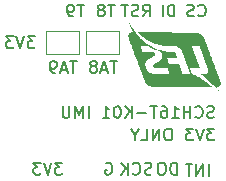
<source format=gbr>
%TF.GenerationSoftware,KiCad,Pcbnew,9.0.2*%
%TF.CreationDate,2025-06-17T22:54:35-04:00*%
%TF.ProjectId,SCH16TBreakout,53434831-3654-4427-9265-616b6f75742e,rev?*%
%TF.SameCoordinates,Original*%
%TF.FileFunction,Legend,Bot*%
%TF.FilePolarity,Positive*%
%FSLAX46Y46*%
G04 Gerber Fmt 4.6, Leading zero omitted, Abs format (unit mm)*
G04 Created by KiCad (PCBNEW 9.0.2) date 2025-06-17 22:54:35*
%MOMM*%
%LPD*%
G01*
G04 APERTURE LIST*
%ADD10C,0.150000*%
%ADD11C,0.120000*%
%ADD12C,0.000000*%
G04 APERTURE END LIST*
D10*
X42863220Y-66969819D02*
X42863220Y-65969819D01*
X42387030Y-66969819D02*
X42387030Y-65969819D01*
X42387030Y-65969819D02*
X41815602Y-66969819D01*
X41815602Y-66969819D02*
X41815602Y-65969819D01*
X41482268Y-65969819D02*
X40910840Y-65969819D01*
X41196554Y-66969819D02*
X41196554Y-65969819D01*
X30458458Y-65869819D02*
X29839411Y-65869819D01*
X29839411Y-65869819D02*
X30172744Y-66250771D01*
X30172744Y-66250771D02*
X30029887Y-66250771D01*
X30029887Y-66250771D02*
X29934649Y-66298390D01*
X29934649Y-66298390D02*
X29887030Y-66346009D01*
X29887030Y-66346009D02*
X29839411Y-66441247D01*
X29839411Y-66441247D02*
X29839411Y-66679342D01*
X29839411Y-66679342D02*
X29887030Y-66774580D01*
X29887030Y-66774580D02*
X29934649Y-66822200D01*
X29934649Y-66822200D02*
X30029887Y-66869819D01*
X30029887Y-66869819D02*
X30315601Y-66869819D01*
X30315601Y-66869819D02*
X30410839Y-66822200D01*
X30410839Y-66822200D02*
X30458458Y-66774580D01*
X29553696Y-65869819D02*
X29220363Y-66869819D01*
X29220363Y-66869819D02*
X28887030Y-65869819D01*
X28648934Y-65869819D02*
X28029887Y-65869819D01*
X28029887Y-65869819D02*
X28363220Y-66250771D01*
X28363220Y-66250771D02*
X28220363Y-66250771D01*
X28220363Y-66250771D02*
X28125125Y-66298390D01*
X28125125Y-66298390D02*
X28077506Y-66346009D01*
X28077506Y-66346009D02*
X28029887Y-66441247D01*
X28029887Y-66441247D02*
X28029887Y-66679342D01*
X28029887Y-66679342D02*
X28077506Y-66774580D01*
X28077506Y-66774580D02*
X28125125Y-66822200D01*
X28125125Y-66822200D02*
X28220363Y-66869819D01*
X28220363Y-66869819D02*
X28506077Y-66869819D01*
X28506077Y-66869819D02*
X28601315Y-66822200D01*
X28601315Y-66822200D02*
X28648934Y-66774580D01*
X28158458Y-55169819D02*
X27539411Y-55169819D01*
X27539411Y-55169819D02*
X27872744Y-55550771D01*
X27872744Y-55550771D02*
X27729887Y-55550771D01*
X27729887Y-55550771D02*
X27634649Y-55598390D01*
X27634649Y-55598390D02*
X27587030Y-55646009D01*
X27587030Y-55646009D02*
X27539411Y-55741247D01*
X27539411Y-55741247D02*
X27539411Y-55979342D01*
X27539411Y-55979342D02*
X27587030Y-56074580D01*
X27587030Y-56074580D02*
X27634649Y-56122200D01*
X27634649Y-56122200D02*
X27729887Y-56169819D01*
X27729887Y-56169819D02*
X28015601Y-56169819D01*
X28015601Y-56169819D02*
X28110839Y-56122200D01*
X28110839Y-56122200D02*
X28158458Y-56074580D01*
X27253696Y-55169819D02*
X26920363Y-56169819D01*
X26920363Y-56169819D02*
X26587030Y-55169819D01*
X26348934Y-55169819D02*
X25729887Y-55169819D01*
X25729887Y-55169819D02*
X26063220Y-55550771D01*
X26063220Y-55550771D02*
X25920363Y-55550771D01*
X25920363Y-55550771D02*
X25825125Y-55598390D01*
X25825125Y-55598390D02*
X25777506Y-55646009D01*
X25777506Y-55646009D02*
X25729887Y-55741247D01*
X25729887Y-55741247D02*
X25729887Y-55979342D01*
X25729887Y-55979342D02*
X25777506Y-56074580D01*
X25777506Y-56074580D02*
X25825125Y-56122200D01*
X25825125Y-56122200D02*
X25920363Y-56169819D01*
X25920363Y-56169819D02*
X26206077Y-56169819D01*
X26206077Y-56169819D02*
X26301315Y-56122200D01*
X26301315Y-56122200D02*
X26348934Y-56074580D01*
X39963220Y-53469819D02*
X39963220Y-52469819D01*
X39963220Y-52469819D02*
X39725125Y-52469819D01*
X39725125Y-52469819D02*
X39582268Y-52517438D01*
X39582268Y-52517438D02*
X39487030Y-52612676D01*
X39487030Y-52612676D02*
X39439411Y-52707914D01*
X39439411Y-52707914D02*
X39391792Y-52898390D01*
X39391792Y-52898390D02*
X39391792Y-53041247D01*
X39391792Y-53041247D02*
X39439411Y-53231723D01*
X39439411Y-53231723D02*
X39487030Y-53326961D01*
X39487030Y-53326961D02*
X39582268Y-53422200D01*
X39582268Y-53422200D02*
X39725125Y-53469819D01*
X39725125Y-53469819D02*
X39963220Y-53469819D01*
X38963220Y-53469819D02*
X38963220Y-52469819D01*
X43358458Y-62969819D02*
X42739411Y-62969819D01*
X42739411Y-62969819D02*
X43072744Y-63350771D01*
X43072744Y-63350771D02*
X42929887Y-63350771D01*
X42929887Y-63350771D02*
X42834649Y-63398390D01*
X42834649Y-63398390D02*
X42787030Y-63446009D01*
X42787030Y-63446009D02*
X42739411Y-63541247D01*
X42739411Y-63541247D02*
X42739411Y-63779342D01*
X42739411Y-63779342D02*
X42787030Y-63874580D01*
X42787030Y-63874580D02*
X42834649Y-63922200D01*
X42834649Y-63922200D02*
X42929887Y-63969819D01*
X42929887Y-63969819D02*
X43215601Y-63969819D01*
X43215601Y-63969819D02*
X43310839Y-63922200D01*
X43310839Y-63922200D02*
X43358458Y-63874580D01*
X42453696Y-62969819D02*
X42120363Y-63969819D01*
X42120363Y-63969819D02*
X41787030Y-62969819D01*
X41548934Y-62969819D02*
X40929887Y-62969819D01*
X40929887Y-62969819D02*
X41263220Y-63350771D01*
X41263220Y-63350771D02*
X41120363Y-63350771D01*
X41120363Y-63350771D02*
X41025125Y-63398390D01*
X41025125Y-63398390D02*
X40977506Y-63446009D01*
X40977506Y-63446009D02*
X40929887Y-63541247D01*
X40929887Y-63541247D02*
X40929887Y-63779342D01*
X40929887Y-63779342D02*
X40977506Y-63874580D01*
X40977506Y-63874580D02*
X41025125Y-63922200D01*
X41025125Y-63922200D02*
X41120363Y-63969819D01*
X41120363Y-63969819D02*
X41406077Y-63969819D01*
X41406077Y-63969819D02*
X41501315Y-63922200D01*
X41501315Y-63922200D02*
X41548934Y-63874580D01*
X39548934Y-62969819D02*
X39358458Y-62969819D01*
X39358458Y-62969819D02*
X39263220Y-63017438D01*
X39263220Y-63017438D02*
X39167982Y-63112676D01*
X39167982Y-63112676D02*
X39120363Y-63303152D01*
X39120363Y-63303152D02*
X39120363Y-63636485D01*
X39120363Y-63636485D02*
X39167982Y-63826961D01*
X39167982Y-63826961D02*
X39263220Y-63922200D01*
X39263220Y-63922200D02*
X39358458Y-63969819D01*
X39358458Y-63969819D02*
X39548934Y-63969819D01*
X39548934Y-63969819D02*
X39644172Y-63922200D01*
X39644172Y-63922200D02*
X39739410Y-63826961D01*
X39739410Y-63826961D02*
X39787029Y-63636485D01*
X39787029Y-63636485D02*
X39787029Y-63303152D01*
X39787029Y-63303152D02*
X39739410Y-63112676D01*
X39739410Y-63112676D02*
X39644172Y-63017438D01*
X39644172Y-63017438D02*
X39548934Y-62969819D01*
X38691791Y-63969819D02*
X38691791Y-62969819D01*
X38691791Y-62969819D02*
X38120363Y-63969819D01*
X38120363Y-63969819D02*
X38120363Y-62969819D01*
X37167982Y-63969819D02*
X37644172Y-63969819D01*
X37644172Y-63969819D02*
X37644172Y-62969819D01*
X36644172Y-63493628D02*
X36644172Y-63969819D01*
X36977505Y-62969819D02*
X36644172Y-63493628D01*
X36644172Y-63493628D02*
X36310839Y-62969819D01*
X43310839Y-62022200D02*
X43167982Y-62069819D01*
X43167982Y-62069819D02*
X42929887Y-62069819D01*
X42929887Y-62069819D02*
X42834649Y-62022200D01*
X42834649Y-62022200D02*
X42787030Y-61974580D01*
X42787030Y-61974580D02*
X42739411Y-61879342D01*
X42739411Y-61879342D02*
X42739411Y-61784104D01*
X42739411Y-61784104D02*
X42787030Y-61688866D01*
X42787030Y-61688866D02*
X42834649Y-61641247D01*
X42834649Y-61641247D02*
X42929887Y-61593628D01*
X42929887Y-61593628D02*
X43120363Y-61546009D01*
X43120363Y-61546009D02*
X43215601Y-61498390D01*
X43215601Y-61498390D02*
X43263220Y-61450771D01*
X43263220Y-61450771D02*
X43310839Y-61355533D01*
X43310839Y-61355533D02*
X43310839Y-61260295D01*
X43310839Y-61260295D02*
X43263220Y-61165057D01*
X43263220Y-61165057D02*
X43215601Y-61117438D01*
X43215601Y-61117438D02*
X43120363Y-61069819D01*
X43120363Y-61069819D02*
X42882268Y-61069819D01*
X42882268Y-61069819D02*
X42739411Y-61117438D01*
X41739411Y-61974580D02*
X41787030Y-62022200D01*
X41787030Y-62022200D02*
X41929887Y-62069819D01*
X41929887Y-62069819D02*
X42025125Y-62069819D01*
X42025125Y-62069819D02*
X42167982Y-62022200D01*
X42167982Y-62022200D02*
X42263220Y-61926961D01*
X42263220Y-61926961D02*
X42310839Y-61831723D01*
X42310839Y-61831723D02*
X42358458Y-61641247D01*
X42358458Y-61641247D02*
X42358458Y-61498390D01*
X42358458Y-61498390D02*
X42310839Y-61307914D01*
X42310839Y-61307914D02*
X42263220Y-61212676D01*
X42263220Y-61212676D02*
X42167982Y-61117438D01*
X42167982Y-61117438D02*
X42025125Y-61069819D01*
X42025125Y-61069819D02*
X41929887Y-61069819D01*
X41929887Y-61069819D02*
X41787030Y-61117438D01*
X41787030Y-61117438D02*
X41739411Y-61165057D01*
X41310839Y-62069819D02*
X41310839Y-61069819D01*
X41310839Y-61546009D02*
X40739411Y-61546009D01*
X40739411Y-62069819D02*
X40739411Y-61069819D01*
X39739411Y-62069819D02*
X40310839Y-62069819D01*
X40025125Y-62069819D02*
X40025125Y-61069819D01*
X40025125Y-61069819D02*
X40120363Y-61212676D01*
X40120363Y-61212676D02*
X40215601Y-61307914D01*
X40215601Y-61307914D02*
X40310839Y-61355533D01*
X38882268Y-61069819D02*
X39072744Y-61069819D01*
X39072744Y-61069819D02*
X39167982Y-61117438D01*
X39167982Y-61117438D02*
X39215601Y-61165057D01*
X39215601Y-61165057D02*
X39310839Y-61307914D01*
X39310839Y-61307914D02*
X39358458Y-61498390D01*
X39358458Y-61498390D02*
X39358458Y-61879342D01*
X39358458Y-61879342D02*
X39310839Y-61974580D01*
X39310839Y-61974580D02*
X39263220Y-62022200D01*
X39263220Y-62022200D02*
X39167982Y-62069819D01*
X39167982Y-62069819D02*
X38977506Y-62069819D01*
X38977506Y-62069819D02*
X38882268Y-62022200D01*
X38882268Y-62022200D02*
X38834649Y-61974580D01*
X38834649Y-61974580D02*
X38787030Y-61879342D01*
X38787030Y-61879342D02*
X38787030Y-61641247D01*
X38787030Y-61641247D02*
X38834649Y-61546009D01*
X38834649Y-61546009D02*
X38882268Y-61498390D01*
X38882268Y-61498390D02*
X38977506Y-61450771D01*
X38977506Y-61450771D02*
X39167982Y-61450771D01*
X39167982Y-61450771D02*
X39263220Y-61498390D01*
X39263220Y-61498390D02*
X39310839Y-61546009D01*
X39310839Y-61546009D02*
X39358458Y-61641247D01*
X38501315Y-61069819D02*
X37929887Y-61069819D01*
X38215601Y-62069819D02*
X38215601Y-61069819D01*
X37596553Y-61688866D02*
X36834649Y-61688866D01*
X36358458Y-62069819D02*
X36358458Y-61069819D01*
X35787030Y-62069819D02*
X36215601Y-61498390D01*
X35787030Y-61069819D02*
X36358458Y-61641247D01*
X35167982Y-61069819D02*
X35072744Y-61069819D01*
X35072744Y-61069819D02*
X34977506Y-61117438D01*
X34977506Y-61117438D02*
X34929887Y-61165057D01*
X34929887Y-61165057D02*
X34882268Y-61260295D01*
X34882268Y-61260295D02*
X34834649Y-61450771D01*
X34834649Y-61450771D02*
X34834649Y-61688866D01*
X34834649Y-61688866D02*
X34882268Y-61879342D01*
X34882268Y-61879342D02*
X34929887Y-61974580D01*
X34929887Y-61974580D02*
X34977506Y-62022200D01*
X34977506Y-62022200D02*
X35072744Y-62069819D01*
X35072744Y-62069819D02*
X35167982Y-62069819D01*
X35167982Y-62069819D02*
X35263220Y-62022200D01*
X35263220Y-62022200D02*
X35310839Y-61974580D01*
X35310839Y-61974580D02*
X35358458Y-61879342D01*
X35358458Y-61879342D02*
X35406077Y-61688866D01*
X35406077Y-61688866D02*
X35406077Y-61450771D01*
X35406077Y-61450771D02*
X35358458Y-61260295D01*
X35358458Y-61260295D02*
X35310839Y-61165057D01*
X35310839Y-61165057D02*
X35263220Y-61117438D01*
X35263220Y-61117438D02*
X35167982Y-61069819D01*
X33882268Y-62069819D02*
X34453696Y-62069819D01*
X34167982Y-62069819D02*
X34167982Y-61069819D01*
X34167982Y-61069819D02*
X34263220Y-61212676D01*
X34263220Y-61212676D02*
X34358458Y-61307914D01*
X34358458Y-61307914D02*
X34453696Y-61355533D01*
X32691791Y-62069819D02*
X32691791Y-61069819D01*
X32215601Y-62069819D02*
X32215601Y-61069819D01*
X32215601Y-61069819D02*
X31882268Y-61784104D01*
X31882268Y-61784104D02*
X31548935Y-61069819D01*
X31548935Y-61069819D02*
X31548935Y-62069819D01*
X31072744Y-61069819D02*
X31072744Y-61879342D01*
X31072744Y-61879342D02*
X31025125Y-61974580D01*
X31025125Y-61974580D02*
X30977506Y-62022200D01*
X30977506Y-62022200D02*
X30882268Y-62069819D01*
X30882268Y-62069819D02*
X30691792Y-62069819D01*
X30691792Y-62069819D02*
X30596554Y-62022200D01*
X30596554Y-62022200D02*
X30548935Y-61974580D01*
X30548935Y-61974580D02*
X30501316Y-61879342D01*
X30501316Y-61879342D02*
X30501316Y-61069819D01*
X31706077Y-57269819D02*
X31134649Y-57269819D01*
X31420363Y-58269819D02*
X31420363Y-57269819D01*
X30848934Y-57984104D02*
X30372744Y-57984104D01*
X30944172Y-58269819D02*
X30610839Y-57269819D01*
X30610839Y-57269819D02*
X30277506Y-58269819D01*
X29896553Y-58269819D02*
X29706077Y-58269819D01*
X29706077Y-58269819D02*
X29610839Y-58222200D01*
X29610839Y-58222200D02*
X29563220Y-58174580D01*
X29563220Y-58174580D02*
X29467982Y-58031723D01*
X29467982Y-58031723D02*
X29420363Y-57841247D01*
X29420363Y-57841247D02*
X29420363Y-57460295D01*
X29420363Y-57460295D02*
X29467982Y-57365057D01*
X29467982Y-57365057D02*
X29515601Y-57317438D01*
X29515601Y-57317438D02*
X29610839Y-57269819D01*
X29610839Y-57269819D02*
X29801315Y-57269819D01*
X29801315Y-57269819D02*
X29896553Y-57317438D01*
X29896553Y-57317438D02*
X29944172Y-57365057D01*
X29944172Y-57365057D02*
X29991791Y-57460295D01*
X29991791Y-57460295D02*
X29991791Y-57698390D01*
X29991791Y-57698390D02*
X29944172Y-57793628D01*
X29944172Y-57793628D02*
X29896553Y-57841247D01*
X29896553Y-57841247D02*
X29801315Y-57888866D01*
X29801315Y-57888866D02*
X29610839Y-57888866D01*
X29610839Y-57888866D02*
X29515601Y-57841247D01*
X29515601Y-57841247D02*
X29467982Y-57793628D01*
X29467982Y-57793628D02*
X29420363Y-57698390D01*
X32306077Y-52469819D02*
X31734649Y-52469819D01*
X32020363Y-53469819D02*
X32020363Y-52469819D01*
X31353696Y-53469819D02*
X31163220Y-53469819D01*
X31163220Y-53469819D02*
X31067982Y-53422200D01*
X31067982Y-53422200D02*
X31020363Y-53374580D01*
X31020363Y-53374580D02*
X30925125Y-53231723D01*
X30925125Y-53231723D02*
X30877506Y-53041247D01*
X30877506Y-53041247D02*
X30877506Y-52660295D01*
X30877506Y-52660295D02*
X30925125Y-52565057D01*
X30925125Y-52565057D02*
X30972744Y-52517438D01*
X30972744Y-52517438D02*
X31067982Y-52469819D01*
X31067982Y-52469819D02*
X31258458Y-52469819D01*
X31258458Y-52469819D02*
X31353696Y-52517438D01*
X31353696Y-52517438D02*
X31401315Y-52565057D01*
X31401315Y-52565057D02*
X31448934Y-52660295D01*
X31448934Y-52660295D02*
X31448934Y-52898390D01*
X31448934Y-52898390D02*
X31401315Y-52993628D01*
X31401315Y-52993628D02*
X31353696Y-53041247D01*
X31353696Y-53041247D02*
X31258458Y-53088866D01*
X31258458Y-53088866D02*
X31067982Y-53088866D01*
X31067982Y-53088866D02*
X30972744Y-53041247D01*
X30972744Y-53041247D02*
X30925125Y-52993628D01*
X30925125Y-52993628D02*
X30877506Y-52898390D01*
X41991792Y-53374580D02*
X42039411Y-53422200D01*
X42039411Y-53422200D02*
X42182268Y-53469819D01*
X42182268Y-53469819D02*
X42277506Y-53469819D01*
X42277506Y-53469819D02*
X42420363Y-53422200D01*
X42420363Y-53422200D02*
X42515601Y-53326961D01*
X42515601Y-53326961D02*
X42563220Y-53231723D01*
X42563220Y-53231723D02*
X42610839Y-53041247D01*
X42610839Y-53041247D02*
X42610839Y-52898390D01*
X42610839Y-52898390D02*
X42563220Y-52707914D01*
X42563220Y-52707914D02*
X42515601Y-52612676D01*
X42515601Y-52612676D02*
X42420363Y-52517438D01*
X42420363Y-52517438D02*
X42277506Y-52469819D01*
X42277506Y-52469819D02*
X42182268Y-52469819D01*
X42182268Y-52469819D02*
X42039411Y-52517438D01*
X42039411Y-52517438D02*
X41991792Y-52565057D01*
X41610839Y-53422200D02*
X41467982Y-53469819D01*
X41467982Y-53469819D02*
X41229887Y-53469819D01*
X41229887Y-53469819D02*
X41134649Y-53422200D01*
X41134649Y-53422200D02*
X41087030Y-53374580D01*
X41087030Y-53374580D02*
X41039411Y-53279342D01*
X41039411Y-53279342D02*
X41039411Y-53184104D01*
X41039411Y-53184104D02*
X41087030Y-53088866D01*
X41087030Y-53088866D02*
X41134649Y-53041247D01*
X41134649Y-53041247D02*
X41229887Y-52993628D01*
X41229887Y-52993628D02*
X41420363Y-52946009D01*
X41420363Y-52946009D02*
X41515601Y-52898390D01*
X41515601Y-52898390D02*
X41563220Y-52850771D01*
X41563220Y-52850771D02*
X41610839Y-52755533D01*
X41610839Y-52755533D02*
X41610839Y-52660295D01*
X41610839Y-52660295D02*
X41563220Y-52565057D01*
X41563220Y-52565057D02*
X41515601Y-52517438D01*
X41515601Y-52517438D02*
X41420363Y-52469819D01*
X41420363Y-52469819D02*
X41182268Y-52469819D01*
X41182268Y-52469819D02*
X41039411Y-52517438D01*
X34139411Y-65917438D02*
X34234649Y-65869819D01*
X34234649Y-65869819D02*
X34377506Y-65869819D01*
X34377506Y-65869819D02*
X34520363Y-65917438D01*
X34520363Y-65917438D02*
X34615601Y-66012676D01*
X34615601Y-66012676D02*
X34663220Y-66107914D01*
X34663220Y-66107914D02*
X34710839Y-66298390D01*
X34710839Y-66298390D02*
X34710839Y-66441247D01*
X34710839Y-66441247D02*
X34663220Y-66631723D01*
X34663220Y-66631723D02*
X34615601Y-66726961D01*
X34615601Y-66726961D02*
X34520363Y-66822200D01*
X34520363Y-66822200D02*
X34377506Y-66869819D01*
X34377506Y-66869819D02*
X34282268Y-66869819D01*
X34282268Y-66869819D02*
X34139411Y-66822200D01*
X34139411Y-66822200D02*
X34091792Y-66774580D01*
X34091792Y-66774580D02*
X34091792Y-66441247D01*
X34091792Y-66441247D02*
X34282268Y-66441247D01*
X40163220Y-66869819D02*
X40163220Y-65869819D01*
X40163220Y-65869819D02*
X39925125Y-65869819D01*
X39925125Y-65869819D02*
X39782268Y-65917438D01*
X39782268Y-65917438D02*
X39687030Y-66012676D01*
X39687030Y-66012676D02*
X39639411Y-66107914D01*
X39639411Y-66107914D02*
X39591792Y-66298390D01*
X39591792Y-66298390D02*
X39591792Y-66441247D01*
X39591792Y-66441247D02*
X39639411Y-66631723D01*
X39639411Y-66631723D02*
X39687030Y-66726961D01*
X39687030Y-66726961D02*
X39782268Y-66822200D01*
X39782268Y-66822200D02*
X39925125Y-66869819D01*
X39925125Y-66869819D02*
X40163220Y-66869819D01*
X38972744Y-65869819D02*
X38782268Y-65869819D01*
X38782268Y-65869819D02*
X38687030Y-65917438D01*
X38687030Y-65917438D02*
X38591792Y-66012676D01*
X38591792Y-66012676D02*
X38544173Y-66203152D01*
X38544173Y-66203152D02*
X38544173Y-66536485D01*
X38544173Y-66536485D02*
X38591792Y-66726961D01*
X38591792Y-66726961D02*
X38687030Y-66822200D01*
X38687030Y-66822200D02*
X38782268Y-66869819D01*
X38782268Y-66869819D02*
X38972744Y-66869819D01*
X38972744Y-66869819D02*
X39067982Y-66822200D01*
X39067982Y-66822200D02*
X39163220Y-66726961D01*
X39163220Y-66726961D02*
X39210839Y-66536485D01*
X39210839Y-66536485D02*
X39210839Y-66203152D01*
X39210839Y-66203152D02*
X39163220Y-66012676D01*
X39163220Y-66012676D02*
X39067982Y-65917438D01*
X39067982Y-65917438D02*
X38972744Y-65869819D01*
X37291792Y-53469819D02*
X37625125Y-52993628D01*
X37863220Y-53469819D02*
X37863220Y-52469819D01*
X37863220Y-52469819D02*
X37482268Y-52469819D01*
X37482268Y-52469819D02*
X37387030Y-52517438D01*
X37387030Y-52517438D02*
X37339411Y-52565057D01*
X37339411Y-52565057D02*
X37291792Y-52660295D01*
X37291792Y-52660295D02*
X37291792Y-52803152D01*
X37291792Y-52803152D02*
X37339411Y-52898390D01*
X37339411Y-52898390D02*
X37387030Y-52946009D01*
X37387030Y-52946009D02*
X37482268Y-52993628D01*
X37482268Y-52993628D02*
X37863220Y-52993628D01*
X36910839Y-53422200D02*
X36767982Y-53469819D01*
X36767982Y-53469819D02*
X36529887Y-53469819D01*
X36529887Y-53469819D02*
X36434649Y-53422200D01*
X36434649Y-53422200D02*
X36387030Y-53374580D01*
X36387030Y-53374580D02*
X36339411Y-53279342D01*
X36339411Y-53279342D02*
X36339411Y-53184104D01*
X36339411Y-53184104D02*
X36387030Y-53088866D01*
X36387030Y-53088866D02*
X36434649Y-53041247D01*
X36434649Y-53041247D02*
X36529887Y-52993628D01*
X36529887Y-52993628D02*
X36720363Y-52946009D01*
X36720363Y-52946009D02*
X36815601Y-52898390D01*
X36815601Y-52898390D02*
X36863220Y-52850771D01*
X36863220Y-52850771D02*
X36910839Y-52755533D01*
X36910839Y-52755533D02*
X36910839Y-52660295D01*
X36910839Y-52660295D02*
X36863220Y-52565057D01*
X36863220Y-52565057D02*
X36815601Y-52517438D01*
X36815601Y-52517438D02*
X36720363Y-52469819D01*
X36720363Y-52469819D02*
X36482268Y-52469819D01*
X36482268Y-52469819D02*
X36339411Y-52517438D01*
X36053696Y-52469819D02*
X35482268Y-52469819D01*
X35767982Y-53469819D02*
X35767982Y-52469819D01*
X34906077Y-52469819D02*
X34334649Y-52469819D01*
X34620363Y-53469819D02*
X34620363Y-52469819D01*
X33858458Y-52898390D02*
X33953696Y-52850771D01*
X33953696Y-52850771D02*
X34001315Y-52803152D01*
X34001315Y-52803152D02*
X34048934Y-52707914D01*
X34048934Y-52707914D02*
X34048934Y-52660295D01*
X34048934Y-52660295D02*
X34001315Y-52565057D01*
X34001315Y-52565057D02*
X33953696Y-52517438D01*
X33953696Y-52517438D02*
X33858458Y-52469819D01*
X33858458Y-52469819D02*
X33667982Y-52469819D01*
X33667982Y-52469819D02*
X33572744Y-52517438D01*
X33572744Y-52517438D02*
X33525125Y-52565057D01*
X33525125Y-52565057D02*
X33477506Y-52660295D01*
X33477506Y-52660295D02*
X33477506Y-52707914D01*
X33477506Y-52707914D02*
X33525125Y-52803152D01*
X33525125Y-52803152D02*
X33572744Y-52850771D01*
X33572744Y-52850771D02*
X33667982Y-52898390D01*
X33667982Y-52898390D02*
X33858458Y-52898390D01*
X33858458Y-52898390D02*
X33953696Y-52946009D01*
X33953696Y-52946009D02*
X34001315Y-52993628D01*
X34001315Y-52993628D02*
X34048934Y-53088866D01*
X34048934Y-53088866D02*
X34048934Y-53279342D01*
X34048934Y-53279342D02*
X34001315Y-53374580D01*
X34001315Y-53374580D02*
X33953696Y-53422200D01*
X33953696Y-53422200D02*
X33858458Y-53469819D01*
X33858458Y-53469819D02*
X33667982Y-53469819D01*
X33667982Y-53469819D02*
X33572744Y-53422200D01*
X33572744Y-53422200D02*
X33525125Y-53374580D01*
X33525125Y-53374580D02*
X33477506Y-53279342D01*
X33477506Y-53279342D02*
X33477506Y-53088866D01*
X33477506Y-53088866D02*
X33525125Y-52993628D01*
X33525125Y-52993628D02*
X33572744Y-52946009D01*
X33572744Y-52946009D02*
X33667982Y-52898390D01*
X35106077Y-57269819D02*
X34534649Y-57269819D01*
X34820363Y-58269819D02*
X34820363Y-57269819D01*
X34248934Y-57984104D02*
X33772744Y-57984104D01*
X34344172Y-58269819D02*
X34010839Y-57269819D01*
X34010839Y-57269819D02*
X33677506Y-58269819D01*
X33201315Y-57698390D02*
X33296553Y-57650771D01*
X33296553Y-57650771D02*
X33344172Y-57603152D01*
X33344172Y-57603152D02*
X33391791Y-57507914D01*
X33391791Y-57507914D02*
X33391791Y-57460295D01*
X33391791Y-57460295D02*
X33344172Y-57365057D01*
X33344172Y-57365057D02*
X33296553Y-57317438D01*
X33296553Y-57317438D02*
X33201315Y-57269819D01*
X33201315Y-57269819D02*
X33010839Y-57269819D01*
X33010839Y-57269819D02*
X32915601Y-57317438D01*
X32915601Y-57317438D02*
X32867982Y-57365057D01*
X32867982Y-57365057D02*
X32820363Y-57460295D01*
X32820363Y-57460295D02*
X32820363Y-57507914D01*
X32820363Y-57507914D02*
X32867982Y-57603152D01*
X32867982Y-57603152D02*
X32915601Y-57650771D01*
X32915601Y-57650771D02*
X33010839Y-57698390D01*
X33010839Y-57698390D02*
X33201315Y-57698390D01*
X33201315Y-57698390D02*
X33296553Y-57746009D01*
X33296553Y-57746009D02*
X33344172Y-57793628D01*
X33344172Y-57793628D02*
X33391791Y-57888866D01*
X33391791Y-57888866D02*
X33391791Y-58079342D01*
X33391791Y-58079342D02*
X33344172Y-58174580D01*
X33344172Y-58174580D02*
X33296553Y-58222200D01*
X33296553Y-58222200D02*
X33201315Y-58269819D01*
X33201315Y-58269819D02*
X33010839Y-58269819D01*
X33010839Y-58269819D02*
X32915601Y-58222200D01*
X32915601Y-58222200D02*
X32867982Y-58174580D01*
X32867982Y-58174580D02*
X32820363Y-58079342D01*
X32820363Y-58079342D02*
X32820363Y-57888866D01*
X32820363Y-57888866D02*
X32867982Y-57793628D01*
X32867982Y-57793628D02*
X32915601Y-57746009D01*
X32915601Y-57746009D02*
X33010839Y-57698390D01*
X38010839Y-66822200D02*
X37867982Y-66869819D01*
X37867982Y-66869819D02*
X37629887Y-66869819D01*
X37629887Y-66869819D02*
X37534649Y-66822200D01*
X37534649Y-66822200D02*
X37487030Y-66774580D01*
X37487030Y-66774580D02*
X37439411Y-66679342D01*
X37439411Y-66679342D02*
X37439411Y-66584104D01*
X37439411Y-66584104D02*
X37487030Y-66488866D01*
X37487030Y-66488866D02*
X37534649Y-66441247D01*
X37534649Y-66441247D02*
X37629887Y-66393628D01*
X37629887Y-66393628D02*
X37820363Y-66346009D01*
X37820363Y-66346009D02*
X37915601Y-66298390D01*
X37915601Y-66298390D02*
X37963220Y-66250771D01*
X37963220Y-66250771D02*
X38010839Y-66155533D01*
X38010839Y-66155533D02*
X38010839Y-66060295D01*
X38010839Y-66060295D02*
X37963220Y-65965057D01*
X37963220Y-65965057D02*
X37915601Y-65917438D01*
X37915601Y-65917438D02*
X37820363Y-65869819D01*
X37820363Y-65869819D02*
X37582268Y-65869819D01*
X37582268Y-65869819D02*
X37439411Y-65917438D01*
X36439411Y-66774580D02*
X36487030Y-66822200D01*
X36487030Y-66822200D02*
X36629887Y-66869819D01*
X36629887Y-66869819D02*
X36725125Y-66869819D01*
X36725125Y-66869819D02*
X36867982Y-66822200D01*
X36867982Y-66822200D02*
X36963220Y-66726961D01*
X36963220Y-66726961D02*
X37010839Y-66631723D01*
X37010839Y-66631723D02*
X37058458Y-66441247D01*
X37058458Y-66441247D02*
X37058458Y-66298390D01*
X37058458Y-66298390D02*
X37010839Y-66107914D01*
X37010839Y-66107914D02*
X36963220Y-66012676D01*
X36963220Y-66012676D02*
X36867982Y-65917438D01*
X36867982Y-65917438D02*
X36725125Y-65869819D01*
X36725125Y-65869819D02*
X36629887Y-65869819D01*
X36629887Y-65869819D02*
X36487030Y-65917438D01*
X36487030Y-65917438D02*
X36439411Y-65965057D01*
X36010839Y-66869819D02*
X36010839Y-65869819D01*
X35439411Y-66869819D02*
X35867982Y-66298390D01*
X35439411Y-65869819D02*
X36010839Y-66441247D01*
D11*
%TO.C,JP1*%
X32500000Y-54700000D02*
X32500000Y-56700000D01*
X32500000Y-56700000D02*
X35300000Y-56700000D01*
X35300000Y-54700000D02*
X32500000Y-54700000D01*
X35300000Y-56700000D02*
X35300000Y-54700000D01*
D12*
%TO.C,G\u002A\u002A\u002A*%
G36*
X41527777Y-58365343D02*
G01*
X41529269Y-58365781D01*
X41624612Y-58398488D01*
X41732187Y-58443668D01*
X41850167Y-58500272D01*
X41976723Y-58567259D01*
X42110029Y-58643580D01*
X42248255Y-58728191D01*
X42389578Y-58820046D01*
X42532166Y-58918099D01*
X42674193Y-59021305D01*
X42682995Y-59027911D01*
X42731647Y-59065315D01*
X42785278Y-59107790D01*
X42841857Y-59153609D01*
X42899364Y-59201047D01*
X42955772Y-59248377D01*
X43009057Y-59293875D01*
X43057193Y-59335813D01*
X43098159Y-59372468D01*
X43129926Y-59402113D01*
X43150471Y-59423021D01*
X43157770Y-59433468D01*
X43155453Y-59433841D01*
X43136676Y-59434538D01*
X43099901Y-59435153D01*
X43046162Y-59435685D01*
X42976493Y-59436138D01*
X42891931Y-59436514D01*
X42793504Y-59436813D01*
X42682251Y-59437038D01*
X42559206Y-59437190D01*
X42425402Y-59437271D01*
X42281874Y-59437286D01*
X42129656Y-59437233D01*
X41969781Y-59437114D01*
X41803285Y-59436933D01*
X41631201Y-59436690D01*
X41454564Y-59436388D01*
X41274408Y-59436029D01*
X41091767Y-59435613D01*
X40907675Y-59435144D01*
X40723167Y-59434623D01*
X40539277Y-59434051D01*
X40357039Y-59433431D01*
X40177488Y-59432765D01*
X40001656Y-59432054D01*
X39830580Y-59431300D01*
X39665292Y-59430505D01*
X39506827Y-59429671D01*
X39356220Y-59428800D01*
X39214504Y-59427893D01*
X39082715Y-59426953D01*
X38961885Y-59425981D01*
X38082654Y-59418433D01*
X37995502Y-59392006D01*
X37968444Y-59383467D01*
X37849109Y-59336464D01*
X37743285Y-59277750D01*
X37649895Y-59206239D01*
X37567863Y-59120848D01*
X37496114Y-59020490D01*
X37433572Y-58904082D01*
X37379161Y-58770538D01*
X37360958Y-58719779D01*
X37335019Y-58648172D01*
X37303264Y-58561058D01*
X37266231Y-58459891D01*
X37224457Y-58346131D01*
X37178481Y-58221231D01*
X37128842Y-58086650D01*
X37076076Y-57943843D01*
X37020724Y-57794269D01*
X36963322Y-57639380D01*
X36904409Y-57480636D01*
X36844523Y-57319492D01*
X36784203Y-57157406D01*
X36723986Y-56995833D01*
X36664411Y-56836230D01*
X36661771Y-56829163D01*
X36624384Y-56729024D01*
X36584518Y-56622154D01*
X36543729Y-56512724D01*
X36503569Y-56404907D01*
X36465592Y-56302874D01*
X36431353Y-56210795D01*
X36402406Y-56132846D01*
X36394284Y-56110954D01*
X36343308Y-55973563D01*
X37089958Y-55973563D01*
X37096786Y-56001915D01*
X37099584Y-56011888D01*
X37108588Y-56040713D01*
X37122402Y-56083214D01*
X37140057Y-56136484D01*
X37160579Y-56197614D01*
X37182997Y-56263698D01*
X37206337Y-56331830D01*
X37229628Y-56399099D01*
X37240534Y-56426937D01*
X37254798Y-56450441D01*
X37270277Y-56460114D01*
X37274841Y-56460638D01*
X37297662Y-56461744D01*
X37336808Y-56462863D01*
X37390121Y-56463960D01*
X37455443Y-56464999D01*
X37530617Y-56465942D01*
X37613484Y-56466754D01*
X37701887Y-56467398D01*
X38112427Y-56469884D01*
X38178233Y-56502295D01*
X38214582Y-56522541D01*
X38256797Y-56557304D01*
X38285186Y-56600037D01*
X38303194Y-56654954D01*
X38304504Y-56661043D01*
X38309348Y-56704670D01*
X38303566Y-56744205D01*
X38301115Y-56752599D01*
X38291599Y-56775833D01*
X38277272Y-56797653D01*
X38256276Y-56819405D01*
X38226752Y-56842438D01*
X38186842Y-56868097D01*
X38134689Y-56897732D01*
X38068433Y-56932688D01*
X37986220Y-56974314D01*
X37982967Y-56975940D01*
X37900537Y-57017439D01*
X37833416Y-57051946D01*
X37779341Y-57080799D01*
X37736048Y-57105327D01*
X37701274Y-57126865D01*
X37672755Y-57146748D01*
X37648226Y-57166307D01*
X37625426Y-57186879D01*
X37612029Y-57200163D01*
X37560143Y-57267089D01*
X37524617Y-57343444D01*
X37505405Y-57429545D01*
X37502460Y-57525713D01*
X37515739Y-57632265D01*
X37545195Y-57749523D01*
X37558538Y-57790172D01*
X37580675Y-57850101D01*
X37604379Y-57907696D01*
X37626376Y-57954677D01*
X37661887Y-58015305D01*
X37731109Y-58102631D01*
X37815079Y-58177980D01*
X37912920Y-58240727D01*
X38023753Y-58290244D01*
X38146702Y-58325907D01*
X38147151Y-58326006D01*
X38168539Y-58330046D01*
X38194216Y-58333461D01*
X38226088Y-58336327D01*
X38266061Y-58338721D01*
X38316040Y-58340719D01*
X38377932Y-58342399D01*
X38453645Y-58343836D01*
X38545084Y-58345108D01*
X38654154Y-58346291D01*
X38681694Y-58346562D01*
X38784384Y-58347604D01*
X38889338Y-58348704D01*
X38992925Y-58349825D01*
X39091508Y-58350926D01*
X39181455Y-58351967D01*
X39259131Y-58352907D01*
X39320904Y-58353705D01*
X39364627Y-58354242D01*
X39425258Y-58354784D01*
X39477087Y-58355001D01*
X39517430Y-58354897D01*
X39543602Y-58354469D01*
X39552923Y-58353717D01*
X39552922Y-58353652D01*
X39549689Y-58341387D01*
X39540952Y-58313891D01*
X39527782Y-58274230D01*
X39511249Y-58225472D01*
X39492422Y-58170685D01*
X39472371Y-58112934D01*
X39452166Y-58055288D01*
X39432877Y-58000813D01*
X39415574Y-57952576D01*
X39401326Y-57913645D01*
X39391204Y-57887086D01*
X39386277Y-57875967D01*
X39385552Y-57875323D01*
X39376961Y-57872541D01*
X39358887Y-57870128D01*
X39330075Y-57868046D01*
X39289266Y-57866258D01*
X39235203Y-57864727D01*
X39166630Y-57863417D01*
X39082290Y-57862289D01*
X38980926Y-57861306D01*
X38861280Y-57860432D01*
X38346423Y-57857115D01*
X38281863Y-57826525D01*
X38257641Y-57814085D01*
X38209129Y-57779587D01*
X38175891Y-57737836D01*
X38155018Y-57685598D01*
X38151842Y-57672318D01*
X38148551Y-57620789D01*
X38162472Y-57573939D01*
X38194613Y-57527720D01*
X38201415Y-57520406D01*
X38217349Y-57505916D01*
X38238527Y-57490099D01*
X38266990Y-57471733D01*
X38304785Y-57449596D01*
X38353957Y-57422464D01*
X38416552Y-57389114D01*
X38494615Y-57348322D01*
X38497808Y-57346664D01*
X38574250Y-57306743D01*
X38635630Y-57274108D01*
X38684270Y-57247349D01*
X38722492Y-57225060D01*
X38752618Y-57205831D01*
X38776971Y-57188254D01*
X38797871Y-57170922D01*
X38817642Y-57152425D01*
X38818919Y-57151172D01*
X38864169Y-57102105D01*
X38896289Y-57054653D01*
X38917435Y-57003659D01*
X38929759Y-56943968D01*
X38935414Y-56870423D01*
X38935937Y-56847354D01*
X38931135Y-56754708D01*
X38915698Y-56669593D01*
X38890464Y-56594660D01*
X38856269Y-56532557D01*
X38813951Y-56485933D01*
X38804786Y-56479650D01*
X38776172Y-56464184D01*
X38735413Y-56444967D01*
X38686520Y-56423850D01*
X38633502Y-56402681D01*
X38507009Y-56351662D01*
X38345745Y-56280204D01*
X38181619Y-56201052D01*
X38020921Y-56117262D01*
X37869940Y-56031886D01*
X37795132Y-55987658D01*
X37442545Y-55980610D01*
X37089958Y-55973563D01*
X36343308Y-55973563D01*
X36338859Y-55961572D01*
X36289776Y-55829245D01*
X36246644Y-55712856D01*
X36209072Y-55611293D01*
X36176670Y-55523438D01*
X36149047Y-55448179D01*
X36125813Y-55384398D01*
X36106577Y-55330984D01*
X36090949Y-55286818D01*
X36078538Y-55250787D01*
X36068954Y-55221776D01*
X36061806Y-55198670D01*
X36056704Y-55180354D01*
X36053257Y-55165713D01*
X36051074Y-55153632D01*
X36049766Y-55142996D01*
X36048941Y-55132690D01*
X36048209Y-55121599D01*
X36048378Y-55072441D01*
X36061011Y-55016397D01*
X36089383Y-54965991D01*
X36135291Y-54916994D01*
X36183793Y-54880363D01*
X36241103Y-54852768D01*
X36308545Y-54835225D01*
X36390135Y-54826307D01*
X36416348Y-54824475D01*
X36451912Y-54820634D01*
X36476319Y-54816211D01*
X36485385Y-54811841D01*
X36485204Y-54810642D01*
X36478941Y-54795712D01*
X36465542Y-54769748D01*
X36447458Y-54737550D01*
X36437988Y-54720977D01*
X36407384Y-54664699D01*
X36372496Y-54597462D01*
X36335872Y-54524398D01*
X36300057Y-54450638D01*
X36267600Y-54381317D01*
X36241046Y-54321565D01*
X36224729Y-54282231D01*
X36205152Y-54232809D01*
X36184967Y-54179986D01*
X36165277Y-54126845D01*
X36147191Y-54076474D01*
X36131814Y-54031952D01*
X36120248Y-53996369D01*
X36113603Y-53972806D01*
X36112985Y-53964350D01*
X36116752Y-53968026D01*
X36128758Y-53985456D01*
X36146318Y-54013941D01*
X36167123Y-54049831D01*
X36189064Y-54088434D01*
X36308148Y-54288998D01*
X36432181Y-54483715D01*
X36558914Y-54669268D01*
X36686097Y-54842340D01*
X36811480Y-54999615D01*
X36816349Y-55005430D01*
X36857593Y-55053445D01*
X36906743Y-55108955D01*
X36961488Y-55169497D01*
X37019514Y-55232609D01*
X37078510Y-55295828D01*
X37136161Y-55356691D01*
X37190157Y-55412736D01*
X37238183Y-55461501D01*
X37277927Y-55500522D01*
X37307078Y-55527337D01*
X37465509Y-55655212D01*
X37643474Y-55782522D01*
X37833818Y-55904242D01*
X38032957Y-56018431D01*
X38237308Y-56123148D01*
X38443288Y-56216451D01*
X38647316Y-56296399D01*
X38845808Y-56361051D01*
X38972637Y-56395435D01*
X39139882Y-56432495D01*
X39303690Y-56458298D01*
X39469275Y-56473444D01*
X39641851Y-56478536D01*
X39826631Y-56474174D01*
X39861651Y-56472807D01*
X39896076Y-56472911D01*
X39921367Y-56476038D01*
X39943459Y-56483051D01*
X39968285Y-56494816D01*
X39987667Y-56505533D01*
X40010434Y-56523013D01*
X40028965Y-56546737D01*
X40048784Y-56582739D01*
X40050867Y-56587039D01*
X40062018Y-56612819D01*
X40077262Y-56650804D01*
X40095358Y-56697616D01*
X40115066Y-56749874D01*
X40135145Y-56804199D01*
X40154354Y-56857209D01*
X40171454Y-56905527D01*
X40185204Y-56945768D01*
X40194364Y-56974557D01*
X40197692Y-56988512D01*
X40193557Y-56989073D01*
X40172344Y-56989879D01*
X40134883Y-56990613D01*
X40083158Y-56991255D01*
X40019154Y-56991789D01*
X39944854Y-56992192D01*
X39862244Y-56992449D01*
X39773308Y-56992538D01*
X39714801Y-56992608D01*
X39629460Y-56992972D01*
X39551596Y-56993618D01*
X39483219Y-56994511D01*
X39426339Y-56995617D01*
X39382967Y-56996900D01*
X39355113Y-56998328D01*
X39344786Y-56999865D01*
X39346600Y-57010696D01*
X39354106Y-57036865D01*
X39366258Y-57075298D01*
X39381990Y-57122948D01*
X39400237Y-57176765D01*
X39419934Y-57233700D01*
X39440017Y-57290705D01*
X39459422Y-57344728D01*
X39477083Y-57392724D01*
X39491938Y-57431643D01*
X39502918Y-57458434D01*
X39508962Y-57470052D01*
X39511036Y-57470822D01*
X39529388Y-57472967D01*
X39564852Y-57475070D01*
X39615645Y-57477077D01*
X39679981Y-57478934D01*
X39756075Y-57480587D01*
X39842144Y-57481981D01*
X39936403Y-57483062D01*
X40014677Y-57483897D01*
X40116740Y-57485396D01*
X40202011Y-57487196D01*
X40269939Y-57489279D01*
X40319976Y-57491626D01*
X40351574Y-57494220D01*
X40364182Y-57497043D01*
X40367216Y-57503463D01*
X40376306Y-57526531D01*
X40390486Y-57564233D01*
X40408982Y-57614410D01*
X40431021Y-57674900D01*
X40455831Y-57743546D01*
X40482638Y-57818184D01*
X40510669Y-57896657D01*
X40539150Y-57976803D01*
X40567309Y-58056464D01*
X40594373Y-58133480D01*
X40619568Y-58205687D01*
X40642123Y-58270930D01*
X40661260Y-58327046D01*
X40666709Y-58329074D01*
X40689132Y-58331883D01*
X40726257Y-58334584D01*
X40775252Y-58337118D01*
X40833289Y-58339427D01*
X40897538Y-58341450D01*
X40965170Y-58343130D01*
X41033355Y-58344406D01*
X41099266Y-58345220D01*
X41160073Y-58345513D01*
X41212946Y-58345225D01*
X41255056Y-58344299D01*
X41283574Y-58342673D01*
X41295673Y-58340291D01*
X41297120Y-58338359D01*
X41298043Y-58334240D01*
X41297536Y-58327076D01*
X41295171Y-58315587D01*
X41290521Y-58298492D01*
X41283156Y-58274512D01*
X41272648Y-58242368D01*
X41258570Y-58200780D01*
X41240493Y-58148468D01*
X41217989Y-58084153D01*
X41190630Y-58006555D01*
X41157987Y-57914395D01*
X41119632Y-57806393D01*
X41075138Y-57681269D01*
X41065362Y-57653783D01*
X41026798Y-57545301D01*
X40985528Y-57429124D01*
X40943096Y-57309603D01*
X40901045Y-57191088D01*
X40860919Y-57077928D01*
X40824261Y-56974474D01*
X40792615Y-56885077D01*
X40760816Y-56795289D01*
X40725801Y-56696847D01*
X40695994Y-56613798D01*
X40670712Y-56544434D01*
X40649271Y-56487048D01*
X40630989Y-56439931D01*
X40615181Y-56401376D01*
X40601163Y-56369675D01*
X40588253Y-56343121D01*
X40575765Y-56320006D01*
X40563020Y-56298622D01*
X40549331Y-56277261D01*
X40525945Y-56243577D01*
X40462128Y-56169669D01*
X40388744Y-56109762D01*
X40301538Y-56060129D01*
X40268539Y-56044488D01*
X40236209Y-56029998D01*
X40205819Y-56018015D01*
X40175222Y-56008255D01*
X40142270Y-56000436D01*
X40104815Y-55994273D01*
X40060711Y-55989484D01*
X40007807Y-55985785D01*
X39943961Y-55982893D01*
X39867020Y-55980526D01*
X39774838Y-55978400D01*
X39665270Y-55976231D01*
X39581688Y-55974476D01*
X39448033Y-55970805D01*
X39329607Y-55966133D01*
X39223665Y-55960147D01*
X39127461Y-55952535D01*
X39038249Y-55942985D01*
X38953284Y-55931186D01*
X38869819Y-55916825D01*
X38785109Y-55899589D01*
X38696409Y-55879168D01*
X38600973Y-55855248D01*
X38580760Y-55849948D01*
X38386045Y-55791385D01*
X38190649Y-55719590D01*
X37997440Y-55636075D01*
X37809277Y-55542356D01*
X37629024Y-55439945D01*
X37459543Y-55330355D01*
X37303696Y-55215099D01*
X37164346Y-55095692D01*
X37161932Y-55093444D01*
X37123435Y-55056808D01*
X37082394Y-55016497D01*
X37041176Y-54974979D01*
X37002145Y-54934723D01*
X36967670Y-54898200D01*
X36940115Y-54867879D01*
X36921846Y-54846228D01*
X36915231Y-54835718D01*
X36921169Y-54834853D01*
X36945687Y-54833880D01*
X36988610Y-54833051D01*
X37049304Y-54832365D01*
X37127134Y-54831821D01*
X37221464Y-54831419D01*
X37331659Y-54831156D01*
X37457084Y-54831031D01*
X37597105Y-54831041D01*
X37751085Y-54831190D01*
X37918391Y-54831471D01*
X38098387Y-54831886D01*
X38290437Y-54832432D01*
X38493907Y-54833109D01*
X38708163Y-54833914D01*
X38932568Y-54834847D01*
X39166487Y-54835906D01*
X39409287Y-54837091D01*
X39660330Y-54838399D01*
X39918983Y-54839829D01*
X40184611Y-54841381D01*
X40456577Y-54843052D01*
X40572595Y-54843783D01*
X40758161Y-54844967D01*
X40925734Y-54846063D01*
X41076292Y-54847090D01*
X41210813Y-54848068D01*
X41330277Y-54849015D01*
X41435660Y-54849951D01*
X41527943Y-54850893D01*
X41608102Y-54851861D01*
X41677117Y-54852873D01*
X41735966Y-54853948D01*
X41785628Y-54855106D01*
X41827080Y-54856364D01*
X41861300Y-54857741D01*
X41889270Y-54859256D01*
X41911966Y-54860930D01*
X41930365Y-54862778D01*
X41945448Y-54864823D01*
X41958192Y-54867080D01*
X41969575Y-54869569D01*
X41980577Y-54872309D01*
X42036374Y-54888872D01*
X42144896Y-54934666D01*
X42243313Y-54994996D01*
X42329787Y-55068416D01*
X42402473Y-55153476D01*
X42459528Y-55248730D01*
X42462103Y-55254385D01*
X42472912Y-55280387D01*
X42489800Y-55322767D01*
X42512247Y-55380160D01*
X42539729Y-55451201D01*
X42571725Y-55534521D01*
X42607713Y-55628760D01*
X42647170Y-55732547D01*
X42689575Y-55844519D01*
X42734406Y-55963309D01*
X42781139Y-56087552D01*
X42829254Y-56215885D01*
X42838584Y-56240809D01*
X42900729Y-56406756D01*
X42960268Y-56565617D01*
X43017935Y-56719340D01*
X43074466Y-56869876D01*
X43130595Y-57019174D01*
X43187059Y-57169184D01*
X43244592Y-57321856D01*
X43303928Y-57479141D01*
X43365803Y-57642987D01*
X43430954Y-57815344D01*
X43500114Y-57998162D01*
X43574018Y-58193392D01*
X43653402Y-58402983D01*
X43739001Y-58628884D01*
X43759485Y-58683094D01*
X43799303Y-58789911D01*
X43832253Y-58881111D01*
X43858705Y-58958389D01*
X43879024Y-59023439D01*
X43893583Y-59077951D01*
X43902751Y-59123624D01*
X43906896Y-59162150D01*
X43906388Y-59195221D01*
X43901596Y-59224532D01*
X43892888Y-59251778D01*
X43880636Y-59278651D01*
X43862179Y-59310891D01*
X43819956Y-59362101D01*
X43767785Y-59398805D01*
X43703502Y-59422318D01*
X43624945Y-59433952D01*
X43608846Y-59435196D01*
X43572512Y-59438833D01*
X43545955Y-59442680D01*
X43534041Y-59446087D01*
X43533818Y-59446548D01*
X43538188Y-59458207D01*
X43551867Y-59482036D01*
X43572910Y-59514841D01*
X43599376Y-59553429D01*
X43602076Y-59557260D01*
X43641795Y-59614622D01*
X43685705Y-59679624D01*
X43731615Y-59748882D01*
X43777336Y-59819010D01*
X43820679Y-59886625D01*
X43859452Y-59948341D01*
X43891467Y-60000773D01*
X43914533Y-60040538D01*
X43914755Y-60040941D01*
X43918878Y-60050016D01*
X43914470Y-60046969D01*
X43900934Y-60031066D01*
X43877676Y-60001573D01*
X43844100Y-59957757D01*
X43799613Y-59898883D01*
X43657183Y-59717833D01*
X43455850Y-59485395D01*
X43239524Y-59259749D01*
X43010674Y-59043202D01*
X42771767Y-58838065D01*
X42525271Y-58646644D01*
X42273654Y-58471250D01*
X42127116Y-58374885D01*
X42371346Y-58369481D01*
X42430272Y-58368062D01*
X42504048Y-58365610D01*
X42562738Y-58362291D01*
X42609014Y-58357572D01*
X42645545Y-58350919D01*
X42675004Y-58341800D01*
X42700060Y-58329680D01*
X42723385Y-58314025D01*
X42747650Y-58294303D01*
X42762534Y-58280504D01*
X42797458Y-58234524D01*
X42818522Y-58180008D01*
X42825965Y-58115424D01*
X42820023Y-58039240D01*
X42800934Y-57949923D01*
X42791901Y-57918977D01*
X42776790Y-57871087D01*
X42756242Y-57808136D01*
X42730837Y-57731800D01*
X42701159Y-57643750D01*
X42667790Y-57545660D01*
X42631313Y-57439203D01*
X42592311Y-57326054D01*
X42551365Y-57207882D01*
X42509059Y-57086366D01*
X42465975Y-56963173D01*
X42422696Y-56839983D01*
X42379804Y-56718465D01*
X42337881Y-56600293D01*
X42297510Y-56487140D01*
X42259276Y-56380681D01*
X42223758Y-56282587D01*
X42191541Y-56194533D01*
X42163206Y-56118192D01*
X42115623Y-55991192D01*
X41789215Y-55986170D01*
X41734078Y-55985405D01*
X41660150Y-55984660D01*
X41594094Y-55984318D01*
X41538243Y-55984377D01*
X41494929Y-55984829D01*
X41466485Y-55985670D01*
X41455244Y-55986896D01*
X41456175Y-55995870D01*
X41463148Y-56020882D01*
X41475516Y-56059393D01*
X41492455Y-56108937D01*
X41513144Y-56167050D01*
X41536759Y-56231264D01*
X41539893Y-56239666D01*
X41564450Y-56305727D01*
X41594137Y-56385928D01*
X41627601Y-56476592D01*
X41663490Y-56574048D01*
X41700449Y-56674620D01*
X41737127Y-56774637D01*
X41772170Y-56870423D01*
X41816431Y-56991557D01*
X41867842Y-57132248D01*
X41913198Y-57256447D01*
X41952849Y-57365206D01*
X41987144Y-57459579D01*
X42016433Y-57540619D01*
X42041065Y-57609380D01*
X42061391Y-57666914D01*
X42077760Y-57714274D01*
X42090521Y-57752514D01*
X42100025Y-57782687D01*
X42106620Y-57805847D01*
X42110658Y-57823046D01*
X42112486Y-57835337D01*
X42112456Y-57843774D01*
X42110916Y-57849411D01*
X42108217Y-57853299D01*
X42104708Y-57856493D01*
X42100739Y-57860046D01*
X42096031Y-57862253D01*
X42080118Y-57864995D01*
X42052320Y-57867217D01*
X42011363Y-57868953D01*
X41955971Y-57870239D01*
X41884868Y-57871113D01*
X41796780Y-57871611D01*
X41690431Y-57871770D01*
X41653289Y-57871782D01*
X41556725Y-57871991D01*
X41477755Y-57872487D01*
X41414927Y-57873314D01*
X41366790Y-57874517D01*
X41331894Y-57876141D01*
X41308788Y-57878230D01*
X41296022Y-57880828D01*
X41292145Y-57883980D01*
X41293856Y-57890947D01*
X41301413Y-57914593D01*
X41314153Y-57952012D01*
X41331149Y-58000537D01*
X41351477Y-58057505D01*
X41374211Y-58120249D01*
X41455977Y-58344306D01*
X41488095Y-58353717D01*
X41527777Y-58365343D01*
G37*
D11*
%TO.C,JP2*%
X29124999Y-54700000D02*
X29124999Y-56700000D01*
X29124999Y-56700000D02*
X31924999Y-56700000D01*
X31924999Y-54700000D02*
X29124999Y-54700000D01*
X31924999Y-56700000D02*
X31924999Y-54700000D01*
%TD*%
M02*

</source>
